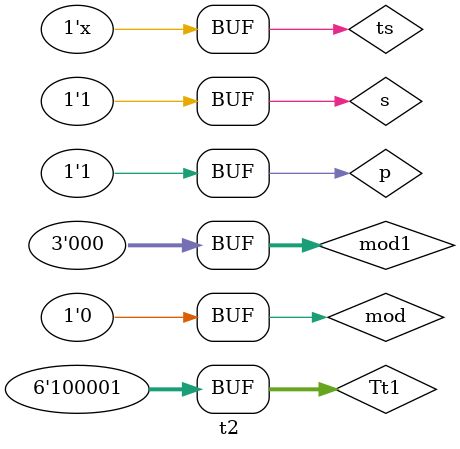
<source format=v>
`timescale 1ns / 1ps


module t2;

	// Inputs
	reg mod;
	reg ts;
	reg s;
	reg p;
	reg [5:0] Tt1;
	reg [2:0] mod1;

	// Outputs
	wire [5:0] Tt;
	wire [4:0] Tm;
	wire li;
	wire lo;
	wire lw;
	wire lr;
	wire ld;
	wire [3:0] tp;

	// Instantiate the Unit Under Test (UUT)
	wash_mod uut (
		.mod(mod), 
		.ts(ts), 
		.s(s), 
		.p(p), 
		.Tt1(Tt1), 
		.mod1(mod1), 
		.Tt(Tt), 
		.Tm(Tm), 
		.li(li), 
		.lo(lo), 
		.lw(lw), 
		.lr(lr), 
		.ld(ld), 
		.tp(tp)
	);

	always #1 ts=~ts;
	initial begin
		// Initialize Inputs
		mod = 0;
		ts = 0;
		s = 0;
		p = 0;
		Tt1 = 21;
		mod1 = 4;

		// Wait 100 ns for global reset to finish
		#5;
		p=1;
		#2;
		mod=1;
		#2;
		mod=0;
		#2;
		s=1;
		#5;
		s=0;
		#5;
		Tt1=33;
		mod1=0;
		#2;
		mod=1;
		#2;
		mod=0;
		#5;
		s=1;
        
		// Add stimulus here

	end
      
endmodule


</source>
